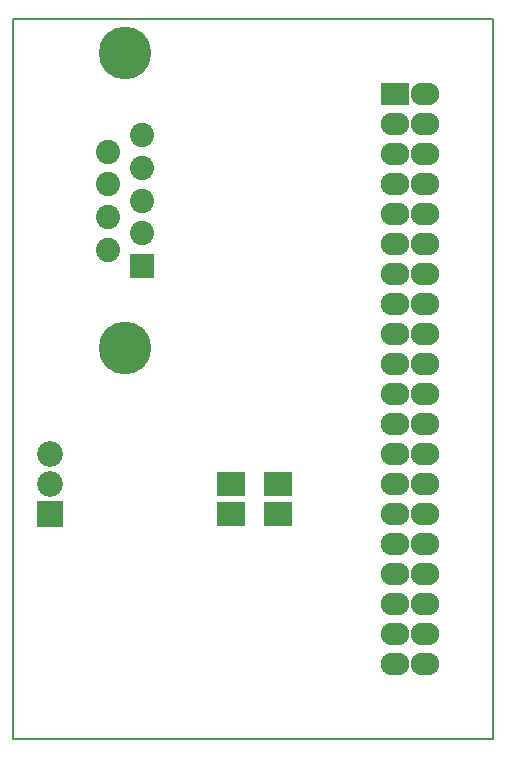
<source format=gbr>
G04 #@! TF.FileFunction,Soldermask,Bot*
%FSLAX46Y46*%
G04 Gerber Fmt 4.6, Leading zero omitted, Abs format (unit mm)*
G04 Created by KiCad (PCBNEW (2015-09-12 BZR 6188)-product) date vie 27 nov 2015 02:47:37 ART*
%MOMM*%
G01*
G04 APERTURE LIST*
%ADD10C,0.100000*%
%ADD11C,0.150000*%
%ADD12R,2.400000X1.924000*%
%ADD13O,2.400000X1.924000*%
%ADD14R,2.051000X2.051000*%
%ADD15C,2.051000*%
%ADD16C,4.464000*%
%ADD17R,2.178000X2.178000*%
%ADD18C,2.178000*%
%ADD19R,2.400000X2.100000*%
G04 APERTURE END LIST*
D10*
D11*
X102235000Y-134620000D02*
X102235000Y-73660000D01*
X142875000Y-134620000D02*
X102235000Y-134620000D01*
X142875000Y-73660000D02*
X142875000Y-134620000D01*
X102235000Y-73660000D02*
X142875000Y-73660000D01*
D12*
X134620000Y-80010000D03*
D13*
X137160000Y-80010000D03*
X134620000Y-92710000D03*
X137160000Y-82550000D03*
X134620000Y-95250000D03*
X137160000Y-85090000D03*
X134620000Y-97790000D03*
X137160000Y-87630000D03*
X134620000Y-100330000D03*
X137160000Y-90170000D03*
X134620000Y-102870000D03*
X137160000Y-92710000D03*
X134620000Y-105410000D03*
X137160000Y-95250000D03*
X134620000Y-107950000D03*
X137160000Y-97790000D03*
X134620000Y-110490000D03*
X137160000Y-100330000D03*
X134620000Y-113030000D03*
X137160000Y-102870000D03*
X134620000Y-115570000D03*
X137160000Y-105410000D03*
X134620000Y-118110000D03*
X137160000Y-107950000D03*
X137160000Y-110490000D03*
X134620000Y-120650000D03*
X137160000Y-113030000D03*
X137160000Y-118110000D03*
X137160000Y-120650000D03*
X137160000Y-123190000D03*
X137160000Y-125730000D03*
X134620000Y-123190000D03*
X134620000Y-125730000D03*
X134620000Y-82550000D03*
X134620000Y-85090000D03*
X134620000Y-87630000D03*
X134620000Y-90170000D03*
X134620000Y-128270000D03*
X137160000Y-128270000D03*
X137160000Y-115570000D03*
D14*
X113132400Y-94584000D03*
D15*
X113132400Y-91815400D03*
X113132400Y-89046800D03*
X113132400Y-86278200D03*
X113132400Y-83509600D03*
X110287600Y-93199700D03*
X110287600Y-90431100D03*
X110287600Y-87662500D03*
X110287600Y-84893900D03*
D16*
X111710000Y-101543600D03*
X111710000Y-76550000D03*
D17*
X105410000Y-115570000D03*
D18*
X105410000Y-113030000D03*
X105410000Y-110490000D03*
D19*
X120682000Y-115570000D03*
X124682000Y-115570000D03*
X124682000Y-113030000D03*
X120682000Y-113030000D03*
M02*

</source>
